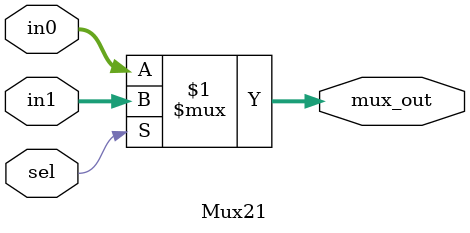
<source format=v>

module Mux21 #(parameter width = 5)(
    input wire [width-1:0] in0, in1,
    input wire sel,
    output wire [width-1:0] mux_out
);
    assign mux_out = sel ? in1 : in0;
endmodule

</source>
